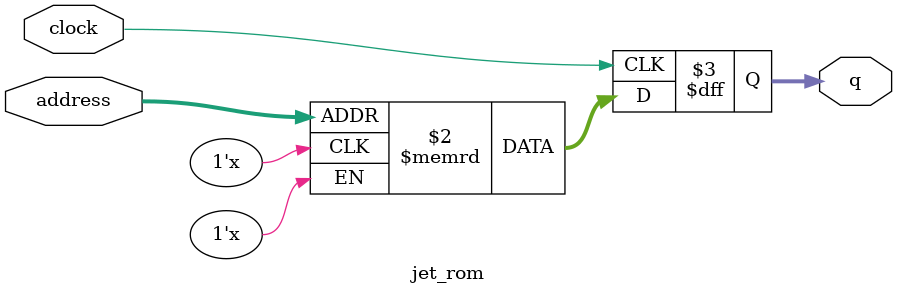
<source format=sv>
module jet_rom (
	input logic clock,
	input logic [10:0] address,
	output logic [3:0] q
);

logic [3:0] memory [0:1999] /* synthesis ram_init_file = "./jet/jet.mif" */;

always_ff @ (posedge clock) begin
	q <= memory[address];
end

endmodule

</source>
